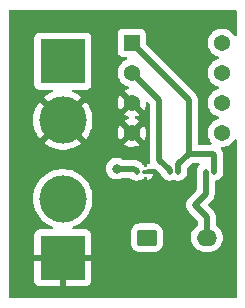
<source format=gbr>
%TF.GenerationSoftware,KiCad,Pcbnew,(6.0.6)*%
%TF.CreationDate,2022-07-17T10:27:07+05:30*%
%TF.ProjectId,transimpedanceAmplifier,7472616e-7369-46d7-9065-64616e636541,rev?*%
%TF.SameCoordinates,Original*%
%TF.FileFunction,Copper,L1,Top*%
%TF.FilePolarity,Positive*%
%FSLAX46Y46*%
G04 Gerber Fmt 4.6, Leading zero omitted, Abs format (unit mm)*
G04 Created by KiCad (PCBNEW (6.0.6)) date 2022-07-17 10:27:07*
%MOMM*%
%LPD*%
G01*
G04 APERTURE LIST*
G04 Aperture macros list*
%AMRoundRect*
0 Rectangle with rounded corners*
0 $1 Rounding radius*
0 $2 $3 $4 $5 $6 $7 $8 $9 X,Y pos of 4 corners*
0 Add a 4 corners polygon primitive as box body*
4,1,4,$2,$3,$4,$5,$6,$7,$8,$9,$2,$3,0*
0 Add four circle primitives for the rounded corners*
1,1,$1+$1,$2,$3*
1,1,$1+$1,$4,$5*
1,1,$1+$1,$6,$7*
1,1,$1+$1,$8,$9*
0 Add four rect primitives between the rounded corners*
20,1,$1+$1,$2,$3,$4,$5,0*
20,1,$1+$1,$4,$5,$6,$7,0*
20,1,$1+$1,$6,$7,$8,$9,0*
20,1,$1+$1,$8,$9,$2,$3,0*%
G04 Aperture macros list end*
%TA.AperFunction,SMDPad,CuDef*%
%ADD10RoundRect,0.100000X-0.130000X-0.100000X0.130000X-0.100000X0.130000X0.100000X-0.130000X0.100000X0*%
%TD*%
%TA.AperFunction,ComponentPad*%
%ADD11R,1.371600X1.371600*%
%TD*%
%TA.AperFunction,ComponentPad*%
%ADD12C,1.371600*%
%TD*%
%TA.AperFunction,ComponentPad*%
%ADD13R,3.800000X3.800000*%
%TD*%
%TA.AperFunction,ComponentPad*%
%ADD14C,4.000000*%
%TD*%
%TA.AperFunction,ComponentPad*%
%ADD15RoundRect,0.249200X-0.600800X-0.450800X0.600800X-0.450800X0.600800X0.450800X-0.600800X0.450800X0*%
%TD*%
%TA.AperFunction,ComponentPad*%
%ADD16O,1.700000X1.400000*%
%TD*%
%TA.AperFunction,ViaPad*%
%ADD17C,0.800000*%
%TD*%
%TA.AperFunction,Conductor*%
%ADD18C,0.500000*%
%TD*%
G04 APERTURE END LIST*
D10*
%TO.P,C1,1*%
%TO.N,IN-*%
X198816000Y-97282000D03*
%TO.P,C1,2*%
%TO.N,OUT*%
X199456000Y-97282000D03*
%TD*%
D11*
%TO.P,U1,1,1OUT*%
%TO.N,OUT*%
X192532000Y-86360000D03*
D12*
%TO.P,U1,2,1IN-*%
%TO.N,IN-*%
X192532000Y-88900000D03*
%TO.P,U1,3,1IN+*%
%TO.N,GND*%
X192532000Y-91440000D03*
%TO.P,U1,4,VCC-*%
X192532000Y-93980000D03*
%TO.P,U1,5,2IN+*%
%TO.N,unconnected-(U1-Pad5)*%
X200152000Y-93980000D03*
%TO.P,U1,6,2IN-*%
%TO.N,unconnected-(U1-Pad6)*%
X200152000Y-91440000D03*
%TO.P,U1,7,2OUT*%
%TO.N,unconnected-(U1-Pad7)*%
X200152000Y-88900000D03*
%TO.P,U1,8,VCC+*%
%TO.N,VCC*%
X200152000Y-86360000D03*
%TD*%
D10*
%TO.P,C2,1*%
%TO.N,VCC*%
X192974000Y-97282000D03*
%TO.P,C2,2*%
%TO.N,GND*%
X193614000Y-97282000D03*
%TD*%
D13*
%TO.P,J2,1,Pin_1*%
%TO.N,OUT*%
X186690000Y-87924000D03*
D14*
%TO.P,J2,2,Pin_2*%
%TO.N,GND*%
X186690000Y-92924000D03*
%TD*%
D10*
%TO.P,R1,1*%
%TO.N,IN-*%
X195768000Y-97282000D03*
%TO.P,R1,2*%
%TO.N,OUT*%
X196408000Y-97282000D03*
%TD*%
D15*
%TO.P,D1,1,K*%
%TO.N,VCC*%
X193802000Y-102870000D03*
D16*
%TO.P,D1,2,A*%
%TO.N,IN-*%
X198882000Y-102870000D03*
%TD*%
D13*
%TO.P,J1,1,Pin_1*%
%TO.N,GND*%
X186690000Y-104568000D03*
D14*
%TO.P,J1,2,Pin_2*%
%TO.N,VCC*%
X186690000Y-99568000D03*
%TD*%
D17*
%TO.N,VCC*%
X191262000Y-97028000D03*
%TD*%
D18*
%TO.N,IN-*%
X198882000Y-102870000D02*
X198776000Y-102764000D01*
X192532000Y-88900000D02*
X194818000Y-91186000D01*
X194818000Y-91186000D02*
X194818000Y-96266000D01*
X195728000Y-97176000D02*
X195728000Y-97282000D01*
X197866000Y-100076000D02*
X198776000Y-99166000D01*
X198776000Y-99166000D02*
X198776000Y-97282000D01*
X198882000Y-102870000D02*
X198882000Y-101092000D01*
X198882000Y-101092000D02*
X197866000Y-100076000D01*
X194818000Y-96266000D02*
X195728000Y-97176000D01*
%TO.N,OUT*%
X196448000Y-96668000D02*
X196448000Y-97282000D01*
X197358000Y-95758000D02*
X199390000Y-95758000D01*
X192532000Y-86360000D02*
X197358000Y-91186000D01*
X197358000Y-91186000D02*
X197358000Y-95758000D01*
X199496000Y-95864000D02*
X199496000Y-97282000D01*
X197358000Y-95758000D02*
X196448000Y-96668000D01*
X199390000Y-95758000D02*
X199496000Y-95864000D01*
%TO.N,VCC*%
X192720000Y-97028000D02*
X192934000Y-97242000D01*
X192934000Y-97242000D02*
X192934000Y-97282000D01*
X191262000Y-97028000D02*
X192720000Y-97028000D01*
%TD*%
%TA.AperFunction,Conductor*%
%TO.N,GND*%
G36*
X201363621Y-83586502D02*
G01*
X201410114Y-83640158D01*
X201421500Y-83692500D01*
X201421500Y-85693445D01*
X201401498Y-85761566D01*
X201347842Y-85808059D01*
X201277568Y-85818163D01*
X201212988Y-85788669D01*
X201182495Y-85749175D01*
X201174670Y-85733307D01*
X201052898Y-85570233D01*
X201046793Y-85562058D01*
X201046792Y-85562057D01*
X201043340Y-85557434D01*
X200946295Y-85467727D01*
X200886398Y-85412358D01*
X200886395Y-85412356D01*
X200882158Y-85408439D01*
X200696523Y-85291313D01*
X200492653Y-85209976D01*
X200486985Y-85208849D01*
X200486983Y-85208848D01*
X200283041Y-85168282D01*
X200283037Y-85168282D01*
X200277373Y-85167155D01*
X200271598Y-85167079D01*
X200271594Y-85167079D01*
X200160963Y-85165631D01*
X200057895Y-85164281D01*
X200052198Y-85165260D01*
X200052197Y-85165260D01*
X199847265Y-85200474D01*
X199841568Y-85201453D01*
X199635638Y-85277425D01*
X199630677Y-85280377D01*
X199630676Y-85280377D01*
X199451969Y-85386696D01*
X199451966Y-85386698D01*
X199447001Y-85389652D01*
X199281974Y-85534377D01*
X199146085Y-85706751D01*
X199143394Y-85711867D01*
X199143392Y-85711869D01*
X199108970Y-85777295D01*
X199043884Y-85901003D01*
X198978794Y-86110627D01*
X198952995Y-86328603D01*
X198967351Y-86547630D01*
X199021381Y-86760373D01*
X199113275Y-86959708D01*
X199116606Y-86964421D01*
X199116607Y-86964423D01*
X199210538Y-87097331D01*
X199239957Y-87138958D01*
X199397183Y-87292121D01*
X199401979Y-87295326D01*
X199401982Y-87295328D01*
X199408512Y-87299691D01*
X199579688Y-87414067D01*
X199584991Y-87416345D01*
X199584994Y-87416347D01*
X199676640Y-87455721D01*
X199781360Y-87500712D01*
X199808274Y-87506802D01*
X199870300Y-87541346D01*
X199903804Y-87603940D01*
X199898148Y-87674711D01*
X199855129Y-87731190D01*
X199824078Y-87747906D01*
X199635638Y-87817425D01*
X199630677Y-87820377D01*
X199630676Y-87820377D01*
X199451969Y-87926696D01*
X199451966Y-87926698D01*
X199447001Y-87929652D01*
X199281974Y-88074377D01*
X199146085Y-88246751D01*
X199143394Y-88251867D01*
X199143392Y-88251869D01*
X199132113Y-88273307D01*
X199043884Y-88441003D01*
X198978794Y-88650627D01*
X198952995Y-88868603D01*
X198967351Y-89087630D01*
X199021381Y-89300373D01*
X199113275Y-89499708D01*
X199116606Y-89504421D01*
X199116607Y-89504423D01*
X199169566Y-89579357D01*
X199239957Y-89678958D01*
X199397183Y-89832121D01*
X199401979Y-89835326D01*
X199401982Y-89835328D01*
X199475991Y-89884779D01*
X199579688Y-89954067D01*
X199584991Y-89956345D01*
X199584994Y-89956347D01*
X199676640Y-89995721D01*
X199781360Y-90040712D01*
X199808274Y-90046802D01*
X199870300Y-90081346D01*
X199903804Y-90143940D01*
X199898148Y-90214711D01*
X199855129Y-90271190D01*
X199824078Y-90287906D01*
X199635638Y-90357425D01*
X199630677Y-90360377D01*
X199630676Y-90360377D01*
X199451969Y-90466696D01*
X199451966Y-90466698D01*
X199447001Y-90469652D01*
X199281974Y-90614377D01*
X199146085Y-90786751D01*
X199143394Y-90791867D01*
X199143392Y-90791869D01*
X199051428Y-90966664D01*
X199043884Y-90981003D01*
X198978794Y-91190627D01*
X198952995Y-91408603D01*
X198967351Y-91627630D01*
X199021381Y-91840373D01*
X199113275Y-92039708D01*
X199116606Y-92044421D01*
X199116607Y-92044423D01*
X199169566Y-92119357D01*
X199239957Y-92218958D01*
X199397183Y-92372121D01*
X199401979Y-92375326D01*
X199401982Y-92375328D01*
X199521127Y-92454938D01*
X199579688Y-92494067D01*
X199584991Y-92496345D01*
X199584994Y-92496347D01*
X199774943Y-92577955D01*
X199781360Y-92580712D01*
X199808274Y-92586802D01*
X199870300Y-92621346D01*
X199903804Y-92683940D01*
X199898148Y-92754711D01*
X199855129Y-92811190D01*
X199824078Y-92827906D01*
X199635638Y-92897425D01*
X199630677Y-92900377D01*
X199630676Y-92900377D01*
X199451969Y-93006696D01*
X199451966Y-93006698D01*
X199447001Y-93009652D01*
X199281974Y-93154377D01*
X199146085Y-93326751D01*
X199143394Y-93331867D01*
X199143392Y-93331869D01*
X199123766Y-93369172D01*
X199043884Y-93521003D01*
X198978794Y-93730627D01*
X198952995Y-93948603D01*
X198967351Y-94167630D01*
X199021381Y-94380373D01*
X199113275Y-94579708D01*
X199116606Y-94584421D01*
X199116607Y-94584423D01*
X199169566Y-94659357D01*
X199239957Y-94758958D01*
X199244093Y-94762987D01*
X199244098Y-94762993D01*
X199264889Y-94783247D01*
X199299727Y-94845108D01*
X199295589Y-94915984D01*
X199253789Y-94973372D01*
X199187599Y-94999051D01*
X199176967Y-94999500D01*
X198242500Y-94999500D01*
X198174379Y-94979498D01*
X198127886Y-94925842D01*
X198116500Y-94873500D01*
X198116500Y-91253070D01*
X198117933Y-91234120D01*
X198120099Y-91219885D01*
X198120099Y-91219881D01*
X198121199Y-91212651D01*
X198119875Y-91196364D01*
X198116915Y-91159982D01*
X198116500Y-91149767D01*
X198116500Y-91141707D01*
X198116076Y-91138063D01*
X198113211Y-91113497D01*
X198112778Y-91109121D01*
X198107454Y-91043662D01*
X198107453Y-91043659D01*
X198106860Y-91036364D01*
X198104604Y-91029400D01*
X198103417Y-91023461D01*
X198102030Y-91017590D01*
X198101182Y-91010319D01*
X198098686Y-91003443D01*
X198098684Y-91003434D01*
X198076275Y-90941702D01*
X198074865Y-90937598D01*
X198052352Y-90868101D01*
X198048556Y-90861846D01*
X198046057Y-90856387D01*
X198043329Y-90850939D01*
X198040833Y-90844063D01*
X198000805Y-90783010D01*
X197998481Y-90779327D01*
X197963504Y-90721686D01*
X197963501Y-90721682D01*
X197960595Y-90716893D01*
X197956886Y-90712694D01*
X197956883Y-90712689D01*
X197953197Y-90708516D01*
X197953224Y-90708492D01*
X197950571Y-90705500D01*
X197947868Y-90702267D01*
X197943856Y-90696148D01*
X197887617Y-90642872D01*
X197885175Y-90640494D01*
X193763205Y-86518524D01*
X193729179Y-86456212D01*
X193726300Y-86429429D01*
X193726300Y-85626066D01*
X193719545Y-85563884D01*
X193668415Y-85427495D01*
X193581061Y-85310939D01*
X193464505Y-85223585D01*
X193328116Y-85172455D01*
X193265934Y-85165700D01*
X191798066Y-85165700D01*
X191735884Y-85172455D01*
X191599495Y-85223585D01*
X191482939Y-85310939D01*
X191395585Y-85427495D01*
X191344455Y-85563884D01*
X191337700Y-85626066D01*
X191337700Y-87093934D01*
X191344455Y-87156116D01*
X191395585Y-87292505D01*
X191482939Y-87409061D01*
X191599495Y-87496415D01*
X191735884Y-87547545D01*
X191798066Y-87554300D01*
X192023293Y-87554300D01*
X192091414Y-87574302D01*
X192137907Y-87627958D01*
X192148011Y-87698232D01*
X192118517Y-87762812D01*
X192066904Y-87798512D01*
X192015638Y-87817425D01*
X192010677Y-87820377D01*
X192010676Y-87820377D01*
X191831969Y-87926696D01*
X191831966Y-87926698D01*
X191827001Y-87929652D01*
X191661974Y-88074377D01*
X191526085Y-88246751D01*
X191523394Y-88251867D01*
X191523392Y-88251869D01*
X191512113Y-88273307D01*
X191423884Y-88441003D01*
X191358794Y-88650627D01*
X191332995Y-88868603D01*
X191347351Y-89087630D01*
X191401381Y-89300373D01*
X191493275Y-89499708D01*
X191496606Y-89504421D01*
X191496607Y-89504423D01*
X191549566Y-89579357D01*
X191619957Y-89678958D01*
X191777183Y-89832121D01*
X191781979Y-89835326D01*
X191781982Y-89835328D01*
X191855991Y-89884779D01*
X191959688Y-89954067D01*
X191964991Y-89956345D01*
X191964994Y-89956347D01*
X192056640Y-89995721D01*
X192161360Y-90040712D01*
X192189167Y-90047004D01*
X192251193Y-90081547D01*
X192284698Y-90144140D01*
X192279044Y-90214911D01*
X192236025Y-90271390D01*
X192204970Y-90288109D01*
X192021270Y-90355880D01*
X192010892Y-90360830D01*
X191901785Y-90425742D01*
X191892187Y-90436075D01*
X191895673Y-90444463D01*
X193525274Y-92074064D01*
X193537654Y-92080824D01*
X193544234Y-92075898D01*
X193624440Y-91932681D01*
X193629118Y-91922174D01*
X193695930Y-91725355D01*
X193698618Y-91714159D01*
X193728738Y-91506420D01*
X193729368Y-91499037D01*
X193730086Y-91471616D01*
X193751864Y-91404042D01*
X193806718Y-91358970D01*
X193877233Y-91350709D01*
X193945138Y-91385819D01*
X194022595Y-91463276D01*
X194056621Y-91525588D01*
X194059500Y-91552371D01*
X194059500Y-96198930D01*
X194058067Y-96217880D01*
X194054801Y-96239349D01*
X194055394Y-96246641D01*
X194055394Y-96246644D01*
X194059085Y-96292018D01*
X194059500Y-96302233D01*
X194059500Y-96310293D01*
X194059925Y-96313937D01*
X194062789Y-96338507D01*
X194063222Y-96342882D01*
X194067272Y-96392667D01*
X194069140Y-96415637D01*
X194071396Y-96422601D01*
X194072583Y-96428540D01*
X194073970Y-96434410D01*
X194074818Y-96441681D01*
X194076545Y-96446440D01*
X194072800Y-96516409D01*
X194031278Y-96573998D01*
X193965214Y-96599997D01*
X193918874Y-96592910D01*
X193918328Y-96594948D01*
X193894532Y-96588572D01*
X193831960Y-96580334D01*
X193817779Y-96582546D01*
X193814000Y-96595704D01*
X193814000Y-96736535D01*
X193793998Y-96804656D01*
X193740342Y-96851149D01*
X193670068Y-96861253D01*
X193605488Y-96831759D01*
X193588038Y-96813239D01*
X193543017Y-96754568D01*
X193537987Y-96748013D01*
X193531437Y-96742987D01*
X193531434Y-96742984D01*
X193463296Y-96690700D01*
X193421429Y-96633362D01*
X193416294Y-96603898D01*
X193409956Y-96582315D01*
X193378882Y-96577658D01*
X193379577Y-96573019D01*
X193342389Y-96567213D01*
X193307015Y-96542334D01*
X193303770Y-96539089D01*
X193291384Y-96524677D01*
X193282851Y-96513082D01*
X193282846Y-96513077D01*
X193278508Y-96507182D01*
X193272930Y-96502443D01*
X193272927Y-96502440D01*
X193238232Y-96472965D01*
X193230716Y-96466035D01*
X193225021Y-96460340D01*
X193218880Y-96455482D01*
X193202749Y-96442719D01*
X193199345Y-96439928D01*
X193149297Y-96397409D01*
X193149295Y-96397408D01*
X193143715Y-96392667D01*
X193137199Y-96389339D01*
X193132150Y-96385972D01*
X193127021Y-96382805D01*
X193121284Y-96378266D01*
X193055125Y-96347345D01*
X193051225Y-96345439D01*
X193050857Y-96345251D01*
X192986192Y-96312231D01*
X192979084Y-96310492D01*
X192973441Y-96308393D01*
X192967678Y-96306476D01*
X192961050Y-96303378D01*
X192930964Y-96297120D01*
X192920252Y-96294892D01*
X192889583Y-96288513D01*
X192885299Y-96287543D01*
X192814390Y-96270192D01*
X192808788Y-96269844D01*
X192808785Y-96269844D01*
X192803236Y-96269500D01*
X192803238Y-96269464D01*
X192799245Y-96269225D01*
X192795053Y-96268851D01*
X192787885Y-96267360D01*
X192721675Y-96269151D01*
X192710479Y-96269454D01*
X192707072Y-96269500D01*
X191804587Y-96269500D01*
X191730528Y-96245437D01*
X191724098Y-96240765D01*
X191724091Y-96240761D01*
X191718752Y-96236882D01*
X191712724Y-96234198D01*
X191712722Y-96234197D01*
X191550319Y-96161891D01*
X191550318Y-96161891D01*
X191544288Y-96159206D01*
X191450888Y-96139353D01*
X191363944Y-96120872D01*
X191363939Y-96120872D01*
X191357487Y-96119500D01*
X191166513Y-96119500D01*
X191160061Y-96120872D01*
X191160056Y-96120872D01*
X191073112Y-96139353D01*
X190979712Y-96159206D01*
X190973682Y-96161891D01*
X190973681Y-96161891D01*
X190811278Y-96234197D01*
X190811276Y-96234198D01*
X190805248Y-96236882D01*
X190799907Y-96240762D01*
X190799906Y-96240763D01*
X190793473Y-96245437D01*
X190650747Y-96349134D01*
X190646326Y-96354044D01*
X190646325Y-96354045D01*
X190542229Y-96469656D01*
X190522960Y-96491056D01*
X190470138Y-96582546D01*
X190457811Y-96603898D01*
X190427473Y-96656444D01*
X190368458Y-96838072D01*
X190367768Y-96844633D01*
X190367768Y-96844635D01*
X190354986Y-96966250D01*
X190348496Y-97028000D01*
X190349186Y-97034565D01*
X190367415Y-97208001D01*
X190368458Y-97217928D01*
X190427473Y-97399556D01*
X190430776Y-97405278D01*
X190430777Y-97405279D01*
X190440365Y-97421885D01*
X190522960Y-97564944D01*
X190527378Y-97569851D01*
X190527379Y-97569852D01*
X190627451Y-97680993D01*
X190650747Y-97706866D01*
X190656842Y-97711294D01*
X190799904Y-97815235D01*
X190805248Y-97819118D01*
X190811276Y-97821802D01*
X190811278Y-97821803D01*
X190960982Y-97888455D01*
X190979712Y-97896794D01*
X191058420Y-97913524D01*
X191160056Y-97935128D01*
X191160061Y-97935128D01*
X191166513Y-97936500D01*
X191357487Y-97936500D01*
X191363939Y-97935128D01*
X191363944Y-97935128D01*
X191465580Y-97913524D01*
X191544288Y-97896794D01*
X191563018Y-97888455D01*
X191712722Y-97821803D01*
X191712724Y-97821802D01*
X191718752Y-97819118D01*
X191724091Y-97815239D01*
X191724098Y-97815235D01*
X191730528Y-97810563D01*
X191804587Y-97786500D01*
X192313402Y-97786500D01*
X192381523Y-97806502D01*
X192400055Y-97821028D01*
X192455235Y-97873301D01*
X192476547Y-97893490D01*
X192629490Y-97982326D01*
X192636494Y-97984447D01*
X192636498Y-97984449D01*
X192767488Y-98024121D01*
X192798767Y-98033595D01*
X192975298Y-98044547D01*
X192982514Y-98043307D01*
X192982516Y-98043307D01*
X193142398Y-98015834D01*
X193142399Y-98015834D01*
X193149614Y-98014594D01*
X193156347Y-98011729D01*
X193156354Y-98011727D01*
X193218345Y-97985349D01*
X193251231Y-97976368D01*
X193262850Y-97974838D01*
X193265230Y-97973852D01*
X193327593Y-97973853D01*
X193333471Y-97975428D01*
X193396040Y-97983666D01*
X193410221Y-97981454D01*
X193418895Y-97951251D01*
X193420341Y-97951666D01*
X193434002Y-97905142D01*
X193463295Y-97873301D01*
X193531436Y-97821014D01*
X193531437Y-97821013D01*
X193537987Y-97815987D01*
X193543013Y-97809437D01*
X193543016Y-97809434D01*
X193588038Y-97750760D01*
X193645376Y-97708892D01*
X193716247Y-97704671D01*
X193778150Y-97739436D01*
X193811431Y-97802148D01*
X193814000Y-97827464D01*
X193814000Y-97967914D01*
X193818044Y-97981685D01*
X193831583Y-97983714D01*
X193894533Y-97975428D01*
X193910348Y-97971190D01*
X194042993Y-97916247D01*
X194057176Y-97908059D01*
X194171080Y-97820656D01*
X194182656Y-97809080D01*
X194270059Y-97695176D01*
X194278247Y-97680993D01*
X194333189Y-97548351D01*
X194337428Y-97532531D01*
X194341716Y-97499960D01*
X194339505Y-97485778D01*
X194326348Y-97482000D01*
X193838500Y-97482000D01*
X193770379Y-97461998D01*
X193723886Y-97408342D01*
X193712500Y-97356001D01*
X193712499Y-97208001D01*
X193732501Y-97139880D01*
X193786156Y-97093387D01*
X193838499Y-97082000D01*
X194325965Y-97082000D01*
X194341204Y-97077525D01*
X194352688Y-97064272D01*
X194412414Y-97025888D01*
X194483411Y-97025888D01*
X194537008Y-97057689D01*
X194992272Y-97512953D01*
X195021616Y-97559056D01*
X195045167Y-97623937D01*
X195049178Y-97630054D01*
X195049179Y-97630057D01*
X195138132Y-97765733D01*
X195142144Y-97771852D01*
X195270547Y-97893490D01*
X195423490Y-97982326D01*
X195430494Y-97984447D01*
X195430498Y-97984449D01*
X195561488Y-98024121D01*
X195592767Y-98033595D01*
X195769298Y-98044547D01*
X195776514Y-98043307D01*
X195776516Y-98043307D01*
X195936398Y-98015834D01*
X195936399Y-98015834D01*
X195943614Y-98014594D01*
X195950347Y-98011729D01*
X195950354Y-98011727D01*
X196012345Y-97985349D01*
X196045231Y-97976368D01*
X196056850Y-97974838D01*
X196058598Y-97974114D01*
X196117402Y-97974114D01*
X196119150Y-97974838D01*
X196127340Y-97975916D01*
X196127511Y-97975962D01*
X196140106Y-97980361D01*
X196143490Y-97982326D01*
X196150494Y-97984447D01*
X196150498Y-97984449D01*
X196281488Y-98024121D01*
X196312767Y-98033595D01*
X196489298Y-98044547D01*
X196496514Y-98043307D01*
X196496516Y-98043307D01*
X196656398Y-98015834D01*
X196656399Y-98015834D01*
X196663614Y-98014594D01*
X196826364Y-97945343D01*
X196832252Y-97941010D01*
X196832257Y-97941007D01*
X196962923Y-97844846D01*
X196968818Y-97840508D01*
X196973557Y-97834930D01*
X196973560Y-97834927D01*
X197078594Y-97711294D01*
X197078597Y-97711290D01*
X197083333Y-97705715D01*
X197163769Y-97548192D01*
X197167549Y-97532747D01*
X197189287Y-97443907D01*
X197205808Y-97376390D01*
X197206500Y-97365236D01*
X197206500Y-97034371D01*
X197226502Y-96966250D01*
X197243405Y-96945276D01*
X197635276Y-96553405D01*
X197697588Y-96519379D01*
X197724371Y-96516500D01*
X198158658Y-96516500D01*
X198226779Y-96536502D01*
X198273272Y-96590158D01*
X198283376Y-96660432D01*
X198254683Y-96724079D01*
X198235158Y-96747062D01*
X198140667Y-96858285D01*
X198060231Y-97015808D01*
X198058492Y-97022913D01*
X198058491Y-97022917D01*
X198055641Y-97034565D01*
X198018192Y-97187610D01*
X198017500Y-97198764D01*
X198017500Y-98799629D01*
X197997498Y-98867750D01*
X197980595Y-98888724D01*
X197349350Y-99519969D01*
X197343663Y-99525315D01*
X197297596Y-99566000D01*
X197280836Y-99589715D01*
X197260368Y-99618677D01*
X197256287Y-99624132D01*
X197216266Y-99674716D01*
X197213167Y-99681347D01*
X197212246Y-99683318D01*
X197200999Y-99702682D01*
X197195516Y-99710440D01*
X197171387Y-99770311D01*
X197168696Y-99776499D01*
X197141378Y-99834950D01*
X197139886Y-99842122D01*
X197139886Y-99842123D01*
X197139445Y-99844244D01*
X197132954Y-99865676D01*
X197129402Y-99874489D01*
X197128302Y-99881719D01*
X197128301Y-99881723D01*
X197119699Y-99938270D01*
X197118492Y-99944978D01*
X197106850Y-100000950D01*
X197105360Y-100008115D01*
X197105558Y-100015426D01*
X197105617Y-100017594D01*
X197104229Y-100039962D01*
X197102801Y-100049349D01*
X197103394Y-100056640D01*
X197103394Y-100056643D01*
X197108030Y-100113632D01*
X197108399Y-100120441D01*
X197110143Y-100184921D01*
X197112578Y-100194104D01*
X197116370Y-100216172D01*
X197117140Y-100225637D01*
X197137026Y-100287023D01*
X197138932Y-100293498D01*
X197155474Y-100355884D01*
X197158928Y-100362339D01*
X197159949Y-100364247D01*
X197168722Y-100384865D01*
X197169392Y-100386933D01*
X197171649Y-100393899D01*
X197175443Y-100400151D01*
X197175447Y-100400160D01*
X197205117Y-100449054D01*
X197208492Y-100454970D01*
X197238918Y-100511834D01*
X197243766Y-100517323D01*
X197243770Y-100517329D01*
X197245207Y-100518957D01*
X197258482Y-100536993D01*
X197263405Y-100545107D01*
X197270803Y-100553484D01*
X197309969Y-100592650D01*
X197315315Y-100598337D01*
X197356000Y-100644404D01*
X197361983Y-100648632D01*
X197366741Y-100651995D01*
X197383116Y-100665797D01*
X198086595Y-101369276D01*
X198120621Y-101431588D01*
X198123500Y-101458371D01*
X198123500Y-101754388D01*
X198103498Y-101822509D01*
X198071026Y-101856711D01*
X197939149Y-101951474D01*
X197935242Y-101955506D01*
X197798527Y-102096585D01*
X197789023Y-102106392D01*
X197668703Y-102285447D01*
X197581992Y-102482980D01*
X197531632Y-102692745D01*
X197519214Y-102908113D01*
X197545130Y-103122277D01*
X197608563Y-103328466D01*
X197707505Y-103520164D01*
X197710920Y-103524614D01*
X197835415Y-103686860D01*
X197835419Y-103686864D01*
X197838831Y-103691311D01*
X197842980Y-103695086D01*
X197994242Y-103832724D01*
X197994245Y-103832726D01*
X197998389Y-103836497D01*
X198003141Y-103839478D01*
X198176379Y-103948151D01*
X198176383Y-103948153D01*
X198181135Y-103951134D01*
X198381293Y-104031597D01*
X198592537Y-104075344D01*
X198597148Y-104075610D01*
X198597149Y-104075610D01*
X198645452Y-104078395D01*
X198645456Y-104078395D01*
X198647275Y-104078500D01*
X199086735Y-104078500D01*
X199089522Y-104078251D01*
X199089528Y-104078251D01*
X199156240Y-104072297D01*
X199246872Y-104064208D01*
X199373740Y-104029501D01*
X199449536Y-104008766D01*
X199449540Y-104008765D01*
X199454952Y-104007284D01*
X199649663Y-103914411D01*
X199824851Y-103788526D01*
X199923372Y-103686860D01*
X199971074Y-103637636D01*
X199971076Y-103637633D01*
X199974977Y-103633608D01*
X200095297Y-103454553D01*
X200182008Y-103257020D01*
X200232368Y-103047255D01*
X200244786Y-102831887D01*
X200218870Y-102617723D01*
X200202850Y-102565648D01*
X200157085Y-102416891D01*
X200155437Y-102411534D01*
X200105966Y-102315685D01*
X200059066Y-102224817D01*
X200059065Y-102224816D01*
X200056495Y-102219836D01*
X199995233Y-102139998D01*
X199928585Y-102053140D01*
X199928581Y-102053136D01*
X199925169Y-102048689D01*
X199819599Y-101952628D01*
X199769758Y-101907276D01*
X199769755Y-101907274D01*
X199765611Y-101903503D01*
X199699542Y-101862058D01*
X199652466Y-101808916D01*
X199640500Y-101755322D01*
X199640500Y-101159070D01*
X199641933Y-101140120D01*
X199644099Y-101125885D01*
X199644099Y-101125881D01*
X199645199Y-101118651D01*
X199640915Y-101065982D01*
X199640500Y-101055767D01*
X199640500Y-101047707D01*
X199637211Y-101019493D01*
X199636778Y-101015118D01*
X199631454Y-100949661D01*
X199631453Y-100949658D01*
X199630860Y-100942363D01*
X199628604Y-100935399D01*
X199627413Y-100929440D01*
X199626029Y-100923585D01*
X199625182Y-100916319D01*
X199600265Y-100847673D01*
X199598848Y-100843545D01*
X199578607Y-100781064D01*
X199578606Y-100781062D01*
X199576351Y-100774101D01*
X199572555Y-100767846D01*
X199570049Y-100762372D01*
X199567330Y-100756942D01*
X199564833Y-100750063D01*
X199524814Y-100689024D01*
X199522467Y-100685305D01*
X199484595Y-100622893D01*
X199477197Y-100614516D01*
X199477224Y-100614492D01*
X199474571Y-100611500D01*
X199471868Y-100608267D01*
X199467856Y-100602148D01*
X199411617Y-100548872D01*
X199409175Y-100546494D01*
X199027776Y-100165095D01*
X198993750Y-100102783D01*
X198998815Y-100031968D01*
X199027776Y-99986905D01*
X199264911Y-99749770D01*
X199279323Y-99737384D01*
X199290918Y-99728851D01*
X199290923Y-99728846D01*
X199296818Y-99724508D01*
X199301557Y-99718930D01*
X199301560Y-99718927D01*
X199331035Y-99684232D01*
X199337965Y-99676716D01*
X199343660Y-99671021D01*
X199361281Y-99648749D01*
X199364072Y-99645345D01*
X199406591Y-99595297D01*
X199406592Y-99595295D01*
X199411333Y-99589715D01*
X199414661Y-99583199D01*
X199418028Y-99578150D01*
X199421195Y-99573021D01*
X199425734Y-99567284D01*
X199456655Y-99501125D01*
X199458561Y-99497225D01*
X199491769Y-99432192D01*
X199493508Y-99425084D01*
X199495607Y-99419441D01*
X199497524Y-99413678D01*
X199500622Y-99407050D01*
X199515487Y-99335583D01*
X199516457Y-99331299D01*
X199532473Y-99265845D01*
X199533808Y-99260390D01*
X199534500Y-99249236D01*
X199534536Y-99249238D01*
X199534775Y-99245245D01*
X199535149Y-99241053D01*
X199536640Y-99233885D01*
X199534546Y-99156479D01*
X199534500Y-99153072D01*
X199534500Y-98151224D01*
X199554502Y-98083103D01*
X199608158Y-98036610D01*
X199639161Y-98027044D01*
X199704400Y-98015834D01*
X199704403Y-98015833D01*
X199711614Y-98014594D01*
X199874364Y-97945343D01*
X199880252Y-97941010D01*
X199880257Y-97941007D01*
X200010923Y-97844846D01*
X200016818Y-97840508D01*
X200021557Y-97834930D01*
X200021560Y-97834927D01*
X200126594Y-97711294D01*
X200126597Y-97711290D01*
X200131333Y-97705715D01*
X200211769Y-97548192D01*
X200215549Y-97532747D01*
X200237287Y-97443907D01*
X200253808Y-97376390D01*
X200254500Y-97365236D01*
X200254500Y-95931070D01*
X200255933Y-95912120D01*
X200258099Y-95897885D01*
X200258099Y-95897881D01*
X200259199Y-95890651D01*
X200254915Y-95837982D01*
X200254500Y-95827767D01*
X200254500Y-95819707D01*
X200251209Y-95791480D01*
X200250778Y-95787121D01*
X200245454Y-95721662D01*
X200245453Y-95721659D01*
X200244860Y-95714364D01*
X200242604Y-95707400D01*
X200241417Y-95701461D01*
X200240030Y-95695590D01*
X200239182Y-95688319D01*
X200236686Y-95681443D01*
X200236684Y-95681434D01*
X200214275Y-95619702D01*
X200212865Y-95615598D01*
X200190352Y-95546101D01*
X200186556Y-95539846D01*
X200184057Y-95534387D01*
X200181329Y-95528939D01*
X200178833Y-95522063D01*
X200138805Y-95461010D01*
X200136481Y-95457327D01*
X200101504Y-95399686D01*
X200101501Y-95399682D01*
X200098595Y-95394893D01*
X200091197Y-95386517D01*
X200091569Y-95386188D01*
X200091555Y-95386169D01*
X200091771Y-95386010D01*
X200091878Y-95385916D01*
X200061366Y-95325635D01*
X200068640Y-95255012D01*
X200112941Y-95199533D01*
X200180204Y-95176812D01*
X200190209Y-95176807D01*
X200193557Y-95176938D01*
X200214773Y-95177772D01*
X200306442Y-95164481D01*
X200426284Y-95147105D01*
X200426289Y-95147104D01*
X200431998Y-95146276D01*
X200437462Y-95144421D01*
X200437467Y-95144420D01*
X200634378Y-95077577D01*
X200639846Y-95075721D01*
X200831357Y-94968470D01*
X201000115Y-94828115D01*
X201140470Y-94659357D01*
X201182576Y-94584172D01*
X201185565Y-94578834D01*
X201236302Y-94529172D01*
X201305834Y-94514825D01*
X201372085Y-94540346D01*
X201414020Y-94597634D01*
X201421500Y-94640400D01*
X201421500Y-107823500D01*
X201401498Y-107891621D01*
X201347842Y-107938114D01*
X201295500Y-107949500D01*
X182244500Y-107949500D01*
X182176379Y-107929498D01*
X182129886Y-107875842D01*
X182118500Y-107823500D01*
X182118500Y-106512669D01*
X184282001Y-106512669D01*
X184282371Y-106519490D01*
X184287895Y-106570352D01*
X184291521Y-106585604D01*
X184336676Y-106706054D01*
X184345214Y-106721649D01*
X184421715Y-106823724D01*
X184434276Y-106836285D01*
X184536351Y-106912786D01*
X184551946Y-106921324D01*
X184672394Y-106966478D01*
X184687649Y-106970105D01*
X184738514Y-106975631D01*
X184745328Y-106976000D01*
X186417885Y-106976000D01*
X186433124Y-106971525D01*
X186434329Y-106970135D01*
X186436000Y-106962452D01*
X186436000Y-106957884D01*
X186944000Y-106957884D01*
X186948475Y-106973123D01*
X186949865Y-106974328D01*
X186957548Y-106975999D01*
X188634669Y-106975999D01*
X188641490Y-106975629D01*
X188692352Y-106970105D01*
X188707604Y-106966479D01*
X188828054Y-106921324D01*
X188843649Y-106912786D01*
X188945724Y-106836285D01*
X188958285Y-106823724D01*
X189034786Y-106721649D01*
X189043324Y-106706054D01*
X189088478Y-106585606D01*
X189092105Y-106570351D01*
X189097631Y-106519486D01*
X189098000Y-106512672D01*
X189098000Y-104840115D01*
X189093525Y-104824876D01*
X189092135Y-104823671D01*
X189084452Y-104822000D01*
X186962115Y-104822000D01*
X186946876Y-104826475D01*
X186945671Y-104827865D01*
X186944000Y-104835548D01*
X186944000Y-106957884D01*
X186436000Y-106957884D01*
X186436000Y-104840115D01*
X186431525Y-104824876D01*
X186430135Y-104823671D01*
X186422452Y-104822000D01*
X184300116Y-104822000D01*
X184284877Y-104826475D01*
X184283672Y-104827865D01*
X184282001Y-104835548D01*
X184282001Y-106512669D01*
X182118500Y-106512669D01*
X182118500Y-99568000D01*
X184176540Y-99568000D01*
X184196359Y-99883020D01*
X184255505Y-100193072D01*
X184353044Y-100493266D01*
X184354731Y-100496852D01*
X184354733Y-100496856D01*
X184485750Y-100775283D01*
X184485754Y-100775290D01*
X184487438Y-100778869D01*
X184656568Y-101045375D01*
X184857767Y-101288582D01*
X185087860Y-101504654D01*
X185343221Y-101690184D01*
X185346690Y-101692091D01*
X185346693Y-101692093D01*
X185591234Y-101826531D01*
X185619821Y-101842247D01*
X185623490Y-101843700D01*
X185623495Y-101843702D01*
X185808243Y-101916849D01*
X185864217Y-101960524D01*
X185887693Y-102027527D01*
X185871217Y-102096585D01*
X185820021Y-102145774D01*
X185761859Y-102160001D01*
X184745331Y-102160001D01*
X184738510Y-102160371D01*
X184687648Y-102165895D01*
X184672396Y-102169521D01*
X184551946Y-102214676D01*
X184536351Y-102223214D01*
X184434276Y-102299715D01*
X184421715Y-102312276D01*
X184345214Y-102414351D01*
X184336676Y-102429946D01*
X184291522Y-102550394D01*
X184287895Y-102565649D01*
X184282369Y-102616514D01*
X184282000Y-102623328D01*
X184282000Y-104295885D01*
X184286475Y-104311124D01*
X184287865Y-104312329D01*
X184295548Y-104314000D01*
X189079884Y-104314000D01*
X189095123Y-104309525D01*
X189096328Y-104308135D01*
X189097999Y-104300452D01*
X189097999Y-102623331D01*
X189097629Y-102616510D01*
X189092105Y-102565648D01*
X189088479Y-102550396D01*
X189043324Y-102429946D01*
X189034786Y-102414351D01*
X189000690Y-102368857D01*
X192443500Y-102368857D01*
X192443501Y-103371142D01*
X192454463Y-103476801D01*
X192510380Y-103644404D01*
X192603353Y-103794648D01*
X192728397Y-103919473D01*
X192878802Y-104012184D01*
X192885750Y-104014489D01*
X192885751Y-104014489D01*
X193039971Y-104065642D01*
X193039973Y-104065642D01*
X193046502Y-104067808D01*
X193150857Y-104078500D01*
X193796978Y-104078500D01*
X194453142Y-104078499D01*
X194456386Y-104078162D01*
X194456394Y-104078162D01*
X194503293Y-104073296D01*
X194558801Y-104067537D01*
X194726404Y-104011620D01*
X194876648Y-103918647D01*
X195001473Y-103793603D01*
X195094184Y-103643198D01*
X195149808Y-103475498D01*
X195160500Y-103371143D01*
X195160499Y-102368858D01*
X195149537Y-102263199D01*
X195093620Y-102095596D01*
X195000647Y-101945352D01*
X194875603Y-101820527D01*
X194856767Y-101808916D01*
X194838508Y-101797661D01*
X194725198Y-101727816D01*
X194718249Y-101725511D01*
X194564029Y-101674358D01*
X194564027Y-101674358D01*
X194557498Y-101672192D01*
X194453143Y-101661500D01*
X193807022Y-101661500D01*
X193150858Y-101661501D01*
X193147614Y-101661838D01*
X193147606Y-101661838D01*
X193100707Y-101666704D01*
X193045199Y-101672463D01*
X192877596Y-101728380D01*
X192727352Y-101821353D01*
X192602527Y-101946397D01*
X192509816Y-102096802D01*
X192507511Y-102103750D01*
X192507511Y-102103751D01*
X192467887Y-102223214D01*
X192454192Y-102264502D01*
X192443500Y-102368857D01*
X189000690Y-102368857D01*
X188958285Y-102312276D01*
X188945724Y-102299715D01*
X188843649Y-102223214D01*
X188828054Y-102214676D01*
X188707606Y-102169522D01*
X188692351Y-102165895D01*
X188641486Y-102160369D01*
X188634672Y-102160000D01*
X187618142Y-102160000D01*
X187550021Y-102139998D01*
X187503528Y-102086342D01*
X187493424Y-102016068D01*
X187522918Y-101951488D01*
X187571757Y-101916849D01*
X187710140Y-101862059D01*
X187756505Y-101843702D01*
X187756510Y-101843700D01*
X187760179Y-101842247D01*
X187788766Y-101826531D01*
X188033307Y-101692093D01*
X188033310Y-101692091D01*
X188036779Y-101690184D01*
X188292140Y-101504654D01*
X188522233Y-101288582D01*
X188723432Y-101045375D01*
X188892562Y-100778869D01*
X188894246Y-100775290D01*
X188894250Y-100775283D01*
X189025267Y-100496856D01*
X189025269Y-100496852D01*
X189026956Y-100493266D01*
X189124495Y-100193072D01*
X189183641Y-99883020D01*
X189203460Y-99568000D01*
X189183641Y-99252980D01*
X189124495Y-98942928D01*
X189026956Y-98642734D01*
X189025267Y-98639144D01*
X188894250Y-98360717D01*
X188894246Y-98360710D01*
X188892562Y-98357131D01*
X188723432Y-98090625D01*
X188594793Y-97935128D01*
X188524758Y-97850470D01*
X188524757Y-97850469D01*
X188522233Y-97847418D01*
X188508932Y-97834927D01*
X188407244Y-97739436D01*
X188292140Y-97631346D01*
X188281943Y-97623937D01*
X188167903Y-97541083D01*
X188036779Y-97445816D01*
X187968615Y-97408342D01*
X187763648Y-97295660D01*
X187763647Y-97295659D01*
X187760179Y-97293753D01*
X187756510Y-97292300D01*
X187756505Y-97292298D01*
X187470372Y-97179010D01*
X187470371Y-97179010D01*
X187466702Y-97177557D01*
X187160975Y-97099060D01*
X186847821Y-97059500D01*
X186532179Y-97059500D01*
X186219025Y-97099060D01*
X185913298Y-97177557D01*
X185909629Y-97179010D01*
X185909628Y-97179010D01*
X185623495Y-97292298D01*
X185623490Y-97292300D01*
X185619821Y-97293753D01*
X185616353Y-97295659D01*
X185616352Y-97295660D01*
X185411386Y-97408342D01*
X185343221Y-97445816D01*
X185212097Y-97541083D01*
X185098058Y-97623937D01*
X185087860Y-97631346D01*
X184972756Y-97739436D01*
X184871069Y-97834927D01*
X184857767Y-97847418D01*
X184855243Y-97850469D01*
X184855242Y-97850470D01*
X184785207Y-97935128D01*
X184656568Y-98090625D01*
X184487438Y-98357131D01*
X184485754Y-98360710D01*
X184485750Y-98360717D01*
X184354733Y-98639144D01*
X184353044Y-98642734D01*
X184255505Y-98942928D01*
X184196359Y-99252980D01*
X184176540Y-99568000D01*
X182118500Y-99568000D01*
X182118500Y-94869987D01*
X185108721Y-94869987D01*
X185117548Y-94881605D01*
X185340281Y-95043430D01*
X185346961Y-95047670D01*
X185616572Y-95195890D01*
X185623707Y-95199247D01*
X185909770Y-95312508D01*
X185917296Y-95314953D01*
X186215279Y-95391462D01*
X186223050Y-95392945D01*
X186528278Y-95431503D01*
X186536169Y-95432000D01*
X186843831Y-95432000D01*
X186851722Y-95431503D01*
X187156950Y-95392945D01*
X187164721Y-95391462D01*
X187462704Y-95314953D01*
X187470230Y-95312508D01*
X187756293Y-95199247D01*
X187763428Y-95195890D01*
X188033039Y-95047670D01*
X188039719Y-95043430D01*
X188122679Y-94983156D01*
X191893204Y-94983156D01*
X191903086Y-94995645D01*
X191955124Y-95030416D01*
X191965234Y-95035906D01*
X192156208Y-95117955D01*
X192167151Y-95121510D01*
X192369873Y-95167382D01*
X192381283Y-95168884D01*
X192588978Y-95177044D01*
X192600460Y-95176442D01*
X192806159Y-95146618D01*
X192817355Y-95143930D01*
X193014174Y-95077118D01*
X193024681Y-95072440D01*
X193163069Y-94994938D01*
X193172934Y-94984860D01*
X193169978Y-94977188D01*
X192544812Y-94352022D01*
X192530868Y-94344408D01*
X192529035Y-94344539D01*
X192522420Y-94348790D01*
X191899400Y-94971810D01*
X191893204Y-94983156D01*
X188122679Y-94983156D01*
X188262823Y-94881336D01*
X188271246Y-94870413D01*
X188264342Y-94857552D01*
X186702812Y-93296022D01*
X186688868Y-93288408D01*
X186687035Y-93288539D01*
X186680420Y-93292790D01*
X185115334Y-94857876D01*
X185108721Y-94869987D01*
X182118500Y-94869987D01*
X182118500Y-92927958D01*
X184177290Y-92927958D01*
X184196607Y-93234994D01*
X184197600Y-93242855D01*
X184255246Y-93545046D01*
X184257217Y-93552723D01*
X184352284Y-93845309D01*
X184355199Y-93852672D01*
X184486189Y-94131041D01*
X184490001Y-94137974D01*
X184654851Y-94397736D01*
X184659495Y-94404129D01*
X184734497Y-94494790D01*
X184747014Y-94503245D01*
X184757752Y-94497038D01*
X186317978Y-92936812D01*
X186324356Y-92925132D01*
X187054408Y-92925132D01*
X187054539Y-92926965D01*
X187058790Y-92933580D01*
X188621145Y-94495935D01*
X188634407Y-94503177D01*
X188644512Y-94495988D01*
X188720505Y-94404129D01*
X188725149Y-94397736D01*
X188889999Y-94137974D01*
X188893811Y-94131041D01*
X188976940Y-93954382D01*
X191333875Y-93954382D01*
X191347469Y-94161783D01*
X191349270Y-94173153D01*
X191400432Y-94374606D01*
X191404273Y-94385453D01*
X191491293Y-94574215D01*
X191497042Y-94584172D01*
X191516225Y-94611315D01*
X191526814Y-94619703D01*
X191540115Y-94612675D01*
X192159978Y-93992812D01*
X192166356Y-93981132D01*
X192896408Y-93981132D01*
X192896539Y-93982965D01*
X192900790Y-93989580D01*
X193525274Y-94614064D01*
X193537654Y-94620824D01*
X193544234Y-94615898D01*
X193624440Y-94472681D01*
X193629118Y-94462174D01*
X193695930Y-94265355D01*
X193698618Y-94254159D01*
X193728738Y-94046420D01*
X193729368Y-94039037D01*
X193730817Y-93983704D01*
X193730574Y-93976305D01*
X193711367Y-93767272D01*
X193709269Y-93755951D01*
X193652852Y-93555913D01*
X193648727Y-93545166D01*
X193556796Y-93358748D01*
X193550786Y-93348941D01*
X193549434Y-93347130D01*
X193538176Y-93338681D01*
X193525757Y-93345453D01*
X192904022Y-93967188D01*
X192896408Y-93981132D01*
X192166356Y-93981132D01*
X192167592Y-93978868D01*
X192167461Y-93977035D01*
X192163210Y-93970420D01*
X191537011Y-93344221D01*
X191524631Y-93337461D01*
X191518665Y-93341927D01*
X191427037Y-93516085D01*
X191422636Y-93526709D01*
X191360998Y-93725215D01*
X191358606Y-93736469D01*
X191334176Y-93942881D01*
X191333875Y-93954382D01*
X188976940Y-93954382D01*
X189024801Y-93852672D01*
X189027716Y-93845309D01*
X189122783Y-93552723D01*
X189124754Y-93545046D01*
X189182400Y-93242855D01*
X189183393Y-93234994D01*
X189199683Y-92976075D01*
X191892187Y-92976075D01*
X191895673Y-92984463D01*
X192519188Y-93607978D01*
X192533132Y-93615592D01*
X192534965Y-93615461D01*
X192541580Y-93611210D01*
X193164489Y-92988301D01*
X193171249Y-92975921D01*
X193165219Y-92967866D01*
X193081180Y-92914841D01*
X193070932Y-92909620D01*
X192877876Y-92832599D01*
X192866095Y-92829109D01*
X192806461Y-92790583D01*
X192777122Y-92725932D01*
X192787394Y-92655682D01*
X192834015Y-92602138D01*
X192861380Y-92588985D01*
X193014174Y-92537118D01*
X193024681Y-92532440D01*
X193163069Y-92454938D01*
X193172934Y-92444860D01*
X193169978Y-92437188D01*
X192544812Y-91812022D01*
X192530868Y-91804408D01*
X192529035Y-91804539D01*
X192522420Y-91808790D01*
X191899400Y-92431810D01*
X191893204Y-92443156D01*
X191903086Y-92455645D01*
X191955124Y-92490416D01*
X191965234Y-92495906D01*
X192156208Y-92577955D01*
X192167149Y-92581510D01*
X192190029Y-92586687D01*
X192252055Y-92621230D01*
X192285559Y-92683824D01*
X192279905Y-92754595D01*
X192236886Y-92811074D01*
X192205831Y-92827792D01*
X192021270Y-92895880D01*
X192010892Y-92900830D01*
X191901785Y-92965742D01*
X191892187Y-92976075D01*
X189199683Y-92976075D01*
X189202710Y-92927958D01*
X189202710Y-92920042D01*
X189183393Y-92613006D01*
X189182400Y-92605145D01*
X189124754Y-92302954D01*
X189122783Y-92295277D01*
X189027716Y-92002691D01*
X189024801Y-91995328D01*
X188893811Y-91716959D01*
X188889999Y-91710026D01*
X188725149Y-91450264D01*
X188720505Y-91443871D01*
X188696109Y-91414382D01*
X191333875Y-91414382D01*
X191347469Y-91621783D01*
X191349270Y-91633153D01*
X191400432Y-91834606D01*
X191404273Y-91845453D01*
X191491293Y-92034215D01*
X191497042Y-92044172D01*
X191516225Y-92071315D01*
X191526814Y-92079703D01*
X191540115Y-92072675D01*
X192159978Y-91452812D01*
X192167592Y-91438868D01*
X192167461Y-91437035D01*
X192163210Y-91430420D01*
X191537011Y-90804221D01*
X191524631Y-90797461D01*
X191518665Y-90801927D01*
X191427037Y-90976085D01*
X191422636Y-90986709D01*
X191360998Y-91185215D01*
X191358606Y-91196469D01*
X191334176Y-91402881D01*
X191333875Y-91414382D01*
X188696109Y-91414382D01*
X188645503Y-91353210D01*
X188632986Y-91344755D01*
X188622248Y-91350962D01*
X187062022Y-92911188D01*
X187054408Y-92925132D01*
X186324356Y-92925132D01*
X186325592Y-92922868D01*
X186325461Y-92921035D01*
X186321210Y-92914420D01*
X184758855Y-91352065D01*
X184745593Y-91344823D01*
X184735488Y-91352012D01*
X184659495Y-91443871D01*
X184654851Y-91450264D01*
X184490001Y-91710026D01*
X184486189Y-91716959D01*
X184355199Y-91995328D01*
X184352284Y-92002691D01*
X184257217Y-92295277D01*
X184255246Y-92302954D01*
X184197600Y-92605145D01*
X184196607Y-92613006D01*
X184177290Y-92920042D01*
X184177290Y-92927958D01*
X182118500Y-92927958D01*
X182118500Y-89872134D01*
X184281500Y-89872134D01*
X184288255Y-89934316D01*
X184339385Y-90070705D01*
X184426739Y-90187261D01*
X184543295Y-90274615D01*
X184679684Y-90325745D01*
X184741866Y-90332500D01*
X185761954Y-90332500D01*
X185830075Y-90352502D01*
X185876568Y-90406158D01*
X185886672Y-90476432D01*
X185857178Y-90541012D01*
X185808338Y-90575652D01*
X185623707Y-90648753D01*
X185616572Y-90652110D01*
X185346961Y-90800330D01*
X185340281Y-90804570D01*
X185117177Y-90966664D01*
X185108754Y-90977587D01*
X185115658Y-90990448D01*
X186677188Y-92551978D01*
X186691132Y-92559592D01*
X186692965Y-92559461D01*
X186699580Y-92555210D01*
X188264666Y-90990124D01*
X188271279Y-90978013D01*
X188262452Y-90966395D01*
X188039719Y-90804570D01*
X188033039Y-90800330D01*
X187763428Y-90652110D01*
X187756293Y-90648753D01*
X187571662Y-90575652D01*
X187515688Y-90531977D01*
X187492212Y-90464974D01*
X187508688Y-90395916D01*
X187559883Y-90346727D01*
X187618046Y-90332500D01*
X188638134Y-90332500D01*
X188700316Y-90325745D01*
X188836705Y-90274615D01*
X188953261Y-90187261D01*
X189040615Y-90070705D01*
X189091745Y-89934316D01*
X189098500Y-89872134D01*
X189098500Y-85975866D01*
X189091745Y-85913684D01*
X189040615Y-85777295D01*
X188953261Y-85660739D01*
X188836705Y-85573385D01*
X188700316Y-85522255D01*
X188638134Y-85515500D01*
X184741866Y-85515500D01*
X184679684Y-85522255D01*
X184543295Y-85573385D01*
X184426739Y-85660739D01*
X184339385Y-85777295D01*
X184288255Y-85913684D01*
X184281500Y-85975866D01*
X184281500Y-89872134D01*
X182118500Y-89872134D01*
X182118500Y-83692500D01*
X182138502Y-83624379D01*
X182192158Y-83577886D01*
X182244500Y-83566500D01*
X201295500Y-83566500D01*
X201363621Y-83586502D01*
G37*
%TD.AperFunction*%
%TD*%
M02*

</source>
